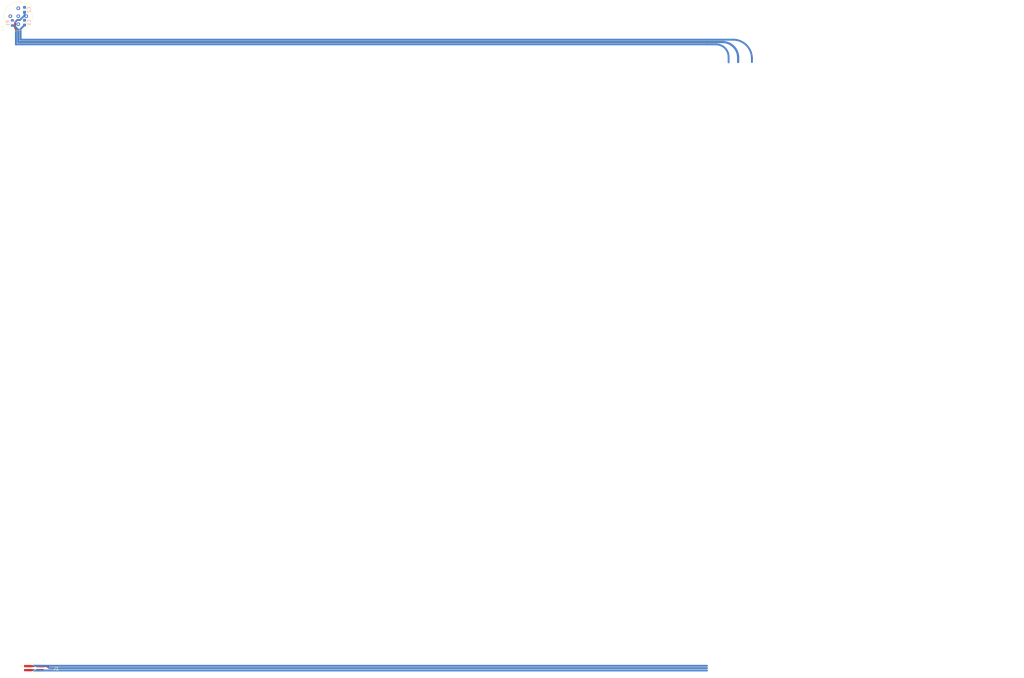
<source format=kicad_pcb>
(kicad_pcb (version 20221018) (generator pcbnew)
  (layers (0 "F.Cu" signal) (31 "B.Cu" signal) (34 "B.Paste" user) (35 "F.Paste" user) (36 "B.SilkS" user "B.Silkscreen") (37 "F.SilkS" user "F.Silkscreen") (38 "B.Mask" user) (39 "F.Mask" user) (44 "Edge.Cuts" user))
  (net 0 "")
  (net 1 "VCC")
  (net 2 "GND")
  (net 3 "VSS")
  (net 4 "Net-(J1-Pin_2)")
  (net 5 "Net-(U1-OUT)")
  (footprint "my_header:PinHeader_2x02_P1.27mm_compact" (layer "F.Cu") (at 30 233.25)
    (fp_text reference "J1" (at 7.112 0.127) (layer "F.SilkS"))
    (fp_text value "Conn_02x02_Odd_Even")
    (fp_line (start -4.191 -1.016) (end -3.556 -0.635) (stroke (width 0.1)) (layer "F.SilkS"))
    (fp_line (start -4.191 -0.254) (end -4.191 -1.016) (stroke (width 0.1)) (layer "F.SilkS"))
    (fp_line (start -3.556 -0.635) (end -4.191 -0.254) (stroke (width 0.1)) (layer "F.SilkS"))
    (fp_line (start -3.09 -1.265) (end -1.765 -1.265) (stroke (width 0.12)) (layer "F.SilkS"))
    (fp_line (start -1.765 -1.33) (end -1.765 -1.265) (stroke (width 0.12)) (layer "F.SilkS"))
    (fp_line (start -1.765 -1.33) (end 1.765 -1.33) (stroke (width 0.12)) (layer "F.SilkS"))
    (fp_line (start -1.765 1.265) (end -1.765 1.33) (stroke (width 0.12)) (layer "F.SilkS"))
    (fp_line (start -1.765 1.33) (end 1.765 1.33) (stroke (width 0.12)) (layer "F.SilkS"))
    (fp_line (start 1.765 -1.33) (end 1.765 -1.265) (stroke (width 0.12)) (layer "F.SilkS"))
    (fp_line (start 1.765 1.265) (end 1.765 1.33) (stroke (width 0.12)) (layer "F.SilkS"))
    (pad "1" smd rect (at -1.95 -0.635) (size 2.4 0.74) (layers "F.Cu" "F.Paste" "F.Mask") (net 3 "VSS"))
    (pad "2" smd rect (at 1.95 -0.635) (size 2.4 0.74) (layers "F.Cu" "F.Paste" "F.Mask") (net 4 "Net-(J1-Pin_2)"))
    (pad "3" smd rect (at -1.95 0.635) (size 2.4 0.74) (layers "F.Cu" "F.Paste" "F.Mask") (net 1 "VCC"))
    (pad "4" smd rect (at 1.95 0.635) (size 2.4 0.74) (layers "F.Cu" "F.Paste" "F.Mask") (net 2 "GND"))
  )
  (footprint "my_IQ80:IQ80xL" (layer "F.Cu") (at 25 25 90)
    (fp_text reference "U1" (at -3.81 -5.08 90 unlocked) (layer "F.SilkS") (effects (font (thickness 0.1))))
    (fp_text value "IQ80xL")
    (fp_line (start 2.54 3.81) (end 3.175 4.445) (stroke (width 0.1)) (layer "F.SilkS"))
    (fp_line (start 3.175 4.445) (end 4.445 3.175) (stroke (width 0.1)) (layer "F.SilkS"))
    (fp_line (start 4.445 3.175) (end 3.81 2.54) (stroke (width 0.1)) (layer "F.SilkS"))
    (fp_circle (center 0 0) (end 3.81 2.54) (stroke (width 0.1)) (fill none) (layer "F.SilkS"))
    (pad "1" thru_hole circle (at 2.54 0 90) (size 1.143 1.143) (drill 0.5588) (layers "*.Cu" "*.Mask") (net 2 "GND"))
    (pad "2" thru_hole circle (at 0 -2.54 90) (size 1.143 1.143) (drill 0.5588) (layers "*.Cu" "*.Mask") (net 5 "Net-(U1-OUT)"))
    (pad "3" thru_hole circle (at -2.54 0 90) (size 1.143 1.143) (drill 0.5588) (layers "*.Cu" "*.Mask") (net 1 "VCC"))
    (pad "4" thru_hole circle (at 0 2.54 90) (size 1.143 1.143) (drill 0.5588) (layers "*.Cu" "*.Mask") (net 3 "VSS"))
    (pad "5" thru_hole circle (at 0 0 90) (size 1.143 1.143) (drill 0.5588) (layers "*.Cu" "*.Mask") (net 2 "GND"))
  )
  (footprint "Capacitor_SMD:C_0603_1608Metric" (layer "B.Cu") (at 27 22.95 90)
    (fp_text reference "C2" (at 0 1.43 90) (layer "B.SilkS") (effects (justify mirror)))
    (fp_text value "C_Small")
    (fp_line (start -0.14058 -0.51) (end 0.14058 -0.51) (stroke (width 0.12)) (layer "B.SilkS"))
    (fp_line (start -0.14058 0.51) (end 0.14058 0.51) (stroke (width 0.12)) (layer "B.SilkS"))
    (pad "1" smd roundrect (at -0.775 0 90) (size 0.9 0.95) (layers "B.Cu" "B.Paste" "B.Mask") (net 3 "VSS"))
    (pad "2" smd roundrect (at 0.775 0 90) (size 0.9 0.95) (layers "B.Cu" "B.Paste" "B.Mask") (net 2 "GND"))
  )
  (footprint "Capacitor_SMD:C_0603_1608Metric" (layer "B.Cu") (at 27 27.05 90)
    (fp_text reference "C1" (at 0 1.43 90) (layer "B.SilkS") (effects (justify mirror)))
    (fp_text value "C_Small")
    (fp_line (start -0.14058 -0.51) (end 0.14058 -0.51) (stroke (width 0.12)) (layer "B.SilkS"))
    (fp_line (start -0.14058 0.51) (end 0.14058 0.51) (stroke (width 0.12)) (layer "B.SilkS"))
    (pad "1" smd roundrect (at -0.775 0 90) (size 0.9 0.95) (layers "B.Cu" "B.Paste" "B.Mask") (net 1 "VCC"))
    (pad "2" smd roundrect (at 0.775 0 90) (size 0.9 0.95) (layers "B.Cu" "B.Paste" "B.Mask") (net 2 "GND"))
  )
  (footprint "Resistor_SMD:R_0603_1608Metric" (layer "B.Cu") (at 23.1 27.15 -90)
    (fp_text reference "R1" (at 0 1.43 90) (layer "B.SilkS") (effects (justify mirror)))
    (fp_text value "0R")
    (fp_line (start -0.237258 -0.5225) (end 0.237258 -0.5225) (stroke (width 0.12)) (layer "B.SilkS"))
    (fp_line (start -0.237258 0.5225) (end 0.237258 0.5225) (stroke (width 0.12)) (layer "B.SilkS"))
    (pad "1" smd roundrect (at -0.825 0 270) (size 0.8 0.95) (layers "B.Cu" "B.Paste" "B.Mask") (net 5 "Net-(U1-OUT)"))
    (pad "2" smd roundrect (at 0.825 0 270) (size 0.8 0.95) (layers "B.Cu" "B.Paste" "B.Mask") (net 4 "Net-(J1-Pin_2)"))
  )
  (segment (start 28.05 233.885) (end 29.835 233.885) (width 0.6) (layer "F.Cu") (net 1))
  (segment (start 29.835 233.885) (end 29.95 234) (width 0.6) (layer "F.Cu") (net 1))
  (via (at 29.95 234) (size 0.4) (drill 0.2) (layers "F.Cu" "B.Cu") (net 1))
  (segment (start 245 32.5) (end 253.35 32.5) (width 0.6) (layer "B.Cu") (net 1))
  (segment (start 25.75 29.075) (end 25.75 29.1) (width 0.6) (layer "B.Cu") (net 1))
  (segment (start 27 27.825) (end 25.75 29.075) (width 0.6) (layer "B.Cu") (net 1))
  (segment (start 25.75 29.1) (end 25.75 32.5) (width 0.6) (layer "B.Cu") (net 1))
  (segment (start 29.95 234) (end 245 234) (width 0.6) (layer "B.Cu") (net 1))
  (segment (start 259.35 38.5) (end 259.35 39.65) (width 0.6) (layer "B.Cu") (net 1))
  (segment (start 27 27.825) (end 26.925 27.825) (width 0.6) (layer "B.Cu") (net 1))
  (segment (start 25.75 32.5) (end 245 32.5) (width 0.6) (layer "B.Cu") (net 1))
  (arc (start 259.35 38.5) (mid 257.592641 34.257359) (end 253.35 32.5) (width 0.6) (layer "B.Cu") (net 1))
  (segment (start 24.25 29) (end 24.25 29.9) (width 0.6) (layer "F.Cu") (net 3))
  (segment (start 24 28.75) (end 24.25 29) (width 0.6) (layer "F.Cu") (net 3))
  (segment (start 28.05 232.615) (end 29.935 232.615) (width 0.6) (layer "F.Cu") (net 3))
  (segment (start 24 26.9) (end 24 28.75) (width 0.6) (layer "F.Cu") (net 3))
  (segment (start 29.935 232.615) (end 30.05 232.5) (width 0.6) (layer "F.Cu") (net 3))
  (via (at 24.25 29.9) (size 0.4) (drill 0.2) (layers "F.Cu" "B.Cu") (net 3))
  (via (at 30.05 232.5) (size 0.4) (drill 0.2) (layers "F.Cu" "B.Cu") (net 3))
  (via (at 24 26.9) (size 0.4) (drill 0.2) (layers "F.Cu" "B.Cu") (net 3))
  (segment (start 26.75 25) (end 25.55 26.2) (width 0.6) (layer "B.Cu") (net 3))
  (segment (start 27 24.46) (end 27.54 25) (width 0.6) (layer "B.Cu") (net 3))
  (segment (start 30.05 232.5) (end 245 232.5) (width 0.6) (layer "B.Cu") (net 3))
  (segment (start 27 23.725) (end 27 24.46) (width 0.6) (layer "B.Cu") (net 3))
  (segment (start 24.25 29.9) (end 24.25 34) (width 0.6) (layer "B.Cu") (net 3))
  (segment (start 245 34) (end 247.9 34) (width 0.6) (layer "B.Cu") (net 3))
  (segment (start 27.54 25) (end 26.75 25) (width 0.6) (layer "B.Cu") (net 3))
  (segment (start 25.55 26.2) (end 24.7 26.2) (width 0.6) (layer "B.Cu") (net 3))
  (segment (start 251.9 38) (end 251.9 39.75) (width 0.6) (layer "B.Cu") (net 3))
  (segment (start 24.25 34) (end 245 34) (width 0.6) (layer "B.Cu") (net 3))
  (segment (start 24.7 26.2) (end 24 26.9) (width 0.6) (layer "B.Cu") (net 3))
  (arc (start 251.9 38) (mid 250.728427 35.171573) (end 247.9 34) (width 0.6) (layer "B.Cu") (net 3))
  (segment (start 31.95 232.615) (end 34.215 232.615) (width 0.6) (layer "F.Cu") (net 4))
  (segment (start 34.215 232.615) (end 34.85 233.25) (width 0.6) (layer "F.Cu") (net 4))
  (via (at 34.85 233.25) (size 0.4) (drill 0.2) (layers "F.Cu" "B.Cu") (net 4))
  (segment (start 23.1 27.975) (end 23.575 27.975) (width 0.7) (layer "B.Cu") (net 4))
  (segment (start 245 33.25) (end 249.95 33.25) (width 0.7) (layer "B.Cu") (net 4))
  (segment (start 254.95 38.25) (end 254.95 39.65) (width 0.7) (layer "B.Cu") (net 4))
  (segment (start 23.575 27.975) (end 25 29.4) (width 0.7) (layer "B.Cu") (net 4))
  (segment (start 25 33.25) (end 245 33.25) (width 0.7) (layer "B.Cu") (net 4))
  (segment (start 25 29.4) (end 25 33.25) (width 0.7) (layer "B.Cu") (net 4))
  (segment (start 34.85 233.25) (end 245 233.25) (width 0.6) (layer "B.Cu") (net 4))
  (arc (start 249.95 33.25) (mid 253.485534 34.714466) (end 254.95 38.25) (width 0.7) (layer "B.Cu") (net 4))
)
</source>
